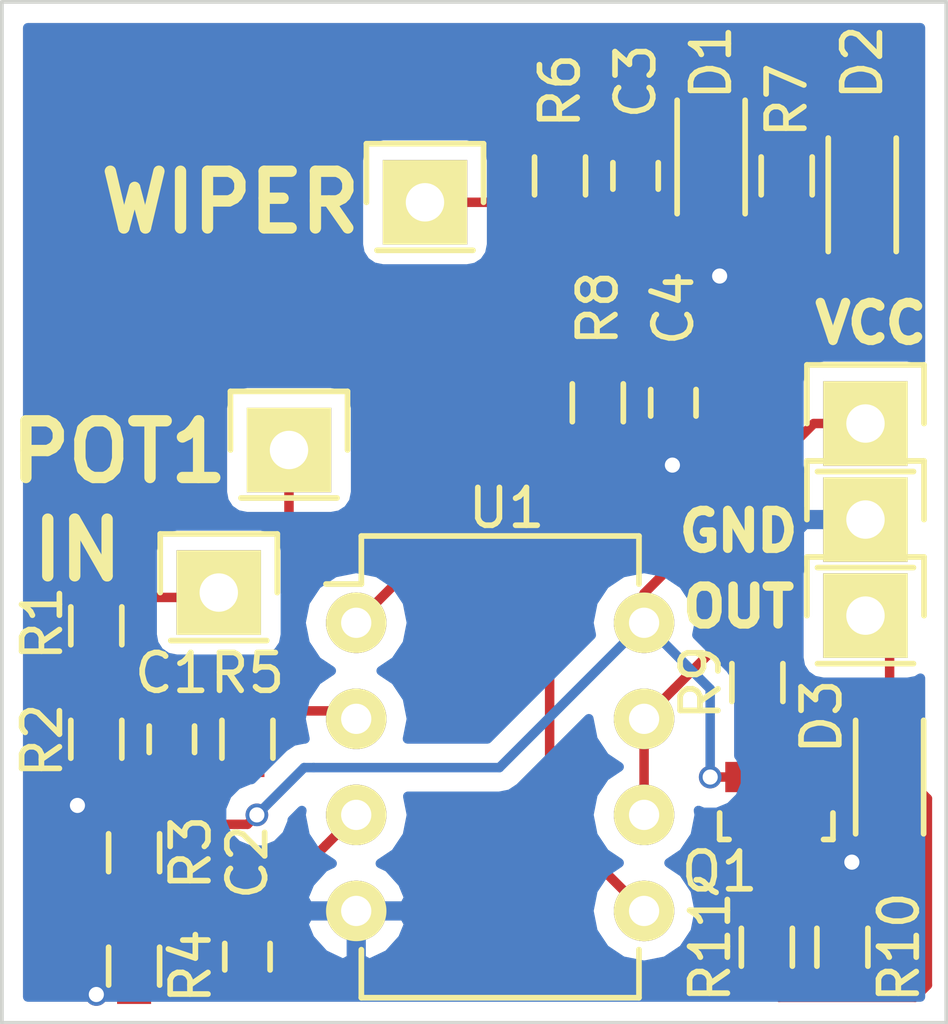
<source format=kicad_pcb>
(kicad_pcb (version 4) (host pcbnew 4.0.4+e1-6308~48~ubuntu16.04.1-stable)

  (general
    (links 38)
    (no_connects 0)
    (area 171.449999 45.949999 196.550001 73.050001)
    (thickness 1.6)
    (drawings 10)
    (tracks 99)
    (zones 0)
    (modules 26)
    (nets 16)
  )

  (page A4)
  (layers
    (0 F.Cu signal)
    (31 B.Cu signal)
    (32 B.Adhes user)
    (33 F.Adhes user)
    (34 B.Paste user)
    (35 F.Paste user)
    (36 B.SilkS user)
    (37 F.SilkS user)
    (38 B.Mask user)
    (39 F.Mask user)
    (40 Dwgs.User user)
    (41 Cmts.User user)
    (42 Eco1.User user)
    (43 Eco2.User user)
    (44 Edge.Cuts user)
    (45 Margin user)
    (46 B.CrtYd user)
    (47 F.CrtYd user)
    (48 B.Fab user hide)
    (49 F.Fab user hide)
  )

  (setup
    (last_trace_width 0.25)
    (trace_clearance 0.2)
    (zone_clearance 0.508)
    (zone_45_only no)
    (trace_min 0.2)
    (segment_width 0.2)
    (edge_width 0.1)
    (via_size 0.6)
    (via_drill 0.4)
    (via_min_size 0.4)
    (via_min_drill 0.3)
    (uvia_size 0.3)
    (uvia_drill 0.1)
    (uvias_allowed no)
    (uvia_min_size 0.2)
    (uvia_min_drill 0.1)
    (pcb_text_width 0.3)
    (pcb_text_size 1.5 1.5)
    (mod_edge_width 0.15)
    (mod_text_size 1 1)
    (mod_text_width 0.15)
    (pad_size 1.5 1.5)
    (pad_drill 0.6)
    (pad_to_mask_clearance 0)
    (aux_axis_origin 0 0)
    (grid_origin 171.5 73)
    (visible_elements FFFFFF7F)
    (pcbplotparams
      (layerselection 0x010fc_80000001)
      (usegerberextensions true)
      (usegerberattributes true)
      (excludeedgelayer true)
      (linewidth 0.100000)
      (plotframeref false)
      (viasonmask false)
      (mode 1)
      (useauxorigin false)
      (hpglpennumber 1)
      (hpglpenspeed 20)
      (hpglpendiameter 15)
      (hpglpenoverlay 2)
      (psnegative false)
      (psa4output false)
      (plotreference true)
      (plotvalue true)
      (plotinvisibletext false)
      (padsonsilk false)
      (subtractmaskfromsilk true)
      (outputformat 1)
      (mirror false)
      (drillshape 0)
      (scaleselection 1)
      (outputdirectory envelope_gerb/))
  )

  (net 0 "")
  (net 1 "Net-(C3-Pad1)")
  (net 2 "Net-(C3-Pad2)")
  (net 3 GND)
  (net 4 /OUT)
  (net 5 /VCC)
  (net 6 /IN)
  (net 7 "Net-(C1-Pad1)")
  (net 8 "Net-(C1-Pad2)")
  (net 9 "Net-(C2-Pad1)")
  (net 10 "Net-(C4-Pad2)")
  (net 11 "Net-(Q1-Pad1)")
  (net 12 "Net-(Q1-Pad3)")
  (net 13 "Net-(R9-Pad2)")
  (net 14 /POT1)
  (net 15 /WIPER)

  (net_class Default "This is the default net class."
    (clearance 0.2)
    (trace_width 0.25)
    (via_dia 0.6)
    (via_drill 0.4)
    (uvia_dia 0.3)
    (uvia_drill 0.1)
    (add_net /IN)
    (add_net /OUT)
    (add_net /POT1)
    (add_net /VCC)
    (add_net /WIPER)
    (add_net GND)
    (add_net "Net-(C1-Pad1)")
    (add_net "Net-(C1-Pad2)")
    (add_net "Net-(C2-Pad1)")
    (add_net "Net-(C3-Pad1)")
    (add_net "Net-(C3-Pad2)")
    (add_net "Net-(C4-Pad2)")
    (add_net "Net-(Q1-Pad1)")
    (add_net "Net-(Q1-Pad3)")
    (add_net "Net-(R9-Pad2)")
  )

  (module Pin_Headers:Pin_Header_Straight_1x01 (layer F.Cu) (tedit 580D15A5) (tstamp 580D12B2)
    (at 177.2412 61.6204)
    (descr "Through hole pin header")
    (tags "pin header")
    (path /580D1563)
    (fp_text reference P2 (at 0 -5.1) (layer F.SilkS) hide
      (effects (font (size 1 1) (thickness 0.15)))
    )
    (fp_text value CONN_01X01 (at 0 -3.1) (layer F.Fab)
      (effects (font (size 1 1) (thickness 0.15)))
    )
    (fp_line (start 1.55 -1.55) (end 1.55 0) (layer F.SilkS) (width 0.15))
    (fp_line (start -1.75 -1.75) (end -1.75 1.75) (layer F.CrtYd) (width 0.05))
    (fp_line (start 1.75 -1.75) (end 1.75 1.75) (layer F.CrtYd) (width 0.05))
    (fp_line (start -1.75 -1.75) (end 1.75 -1.75) (layer F.CrtYd) (width 0.05))
    (fp_line (start -1.75 1.75) (end 1.75 1.75) (layer F.CrtYd) (width 0.05))
    (fp_line (start -1.55 0) (end -1.55 -1.55) (layer F.SilkS) (width 0.15))
    (fp_line (start -1.55 -1.55) (end 1.55 -1.55) (layer F.SilkS) (width 0.15))
    (fp_line (start -1.27 1.27) (end 1.27 1.27) (layer F.SilkS) (width 0.15))
    (pad 1 thru_hole rect (at 0 0) (size 2.2352 2.2352) (drill 1.016) (layers *.Cu *.Mask F.SilkS)
      (net 6 /IN))
    (model Pin_Headers.3dshapes/Pin_Header_Straight_1x01.wrl
      (at (xyz 0 0 0))
      (scale (xyz 1 1 1))
      (rotate (xyz 0 0 90))
    )
  )

  (module Housings_DIP:DIP-8_W7.62mm placed (layer F.Cu) (tedit 54130A77) (tstamp 580D10B4)
    (at 180.88 62.42)
    (descr "8-lead dip package, row spacing 7.62 mm (300 mils)")
    (tags "dil dip 2.54 300")
    (path /580B6552)
    (fp_text reference U1 (at 3.9812 -3.0348) (layer F.SilkS)
      (effects (font (size 1 1) (thickness 0.15)))
    )
    (fp_text value LM358 (at 0 -3.72) (layer F.Fab)
      (effects (font (size 1 1) (thickness 0.15)))
    )
    (fp_line (start -1.05 -2.45) (end -1.05 10.1) (layer F.CrtYd) (width 0.05))
    (fp_line (start 8.65 -2.45) (end 8.65 10.1) (layer F.CrtYd) (width 0.05))
    (fp_line (start -1.05 -2.45) (end 8.65 -2.45) (layer F.CrtYd) (width 0.05))
    (fp_line (start -1.05 10.1) (end 8.65 10.1) (layer F.CrtYd) (width 0.05))
    (fp_line (start 0.135 -2.295) (end 0.135 -1.025) (layer F.SilkS) (width 0.15))
    (fp_line (start 7.485 -2.295) (end 7.485 -1.025) (layer F.SilkS) (width 0.15))
    (fp_line (start 7.485 9.915) (end 7.485 8.645) (layer F.SilkS) (width 0.15))
    (fp_line (start 0.135 9.915) (end 0.135 8.645) (layer F.SilkS) (width 0.15))
    (fp_line (start 0.135 -2.295) (end 7.485 -2.295) (layer F.SilkS) (width 0.15))
    (fp_line (start 0.135 9.915) (end 7.485 9.915) (layer F.SilkS) (width 0.15))
    (fp_line (start 0.135 -1.025) (end -0.8 -1.025) (layer F.SilkS) (width 0.15))
    (pad 1 thru_hole oval (at 0 0) (size 1.6 1.6) (drill 0.8) (layers *.Cu *.Mask F.SilkS)
      (net 2 "Net-(C3-Pad2)"))
    (pad 2 thru_hole oval (at 0 2.54) (size 1.6 1.6) (drill 0.8) (layers *.Cu *.Mask F.SilkS)
      (net 14 /POT1))
    (pad 3 thru_hole oval (at 0 5.08) (size 1.6 1.6) (drill 0.8) (layers *.Cu *.Mask F.SilkS)
      (net 9 "Net-(C2-Pad1)"))
    (pad 4 thru_hole oval (at 0 7.62) (size 1.6 1.6) (drill 0.8) (layers *.Cu *.Mask F.SilkS)
      (net 3 GND))
    (pad 5 thru_hole oval (at 7.62 7.62) (size 1.6 1.6) (drill 0.8) (layers *.Cu *.Mask F.SilkS)
      (net 10 "Net-(C4-Pad2)"))
    (pad 6 thru_hole oval (at 7.62 5.08) (size 1.6 1.6) (drill 0.8) (layers *.Cu *.Mask F.SilkS)
      (net 13 "Net-(R9-Pad2)"))
    (pad 7 thru_hole oval (at 7.62 2.54) (size 1.6 1.6) (drill 0.8) (layers *.Cu *.Mask F.SilkS)
      (net 13 "Net-(R9-Pad2)"))
    (pad 8 thru_hole oval (at 7.62 0) (size 1.6 1.6) (drill 0.8) (layers *.Cu *.Mask F.SilkS)
      (net 5 /VCC))
    (model Housings_DIP.3dshapes/DIP-8_W7.62mm.wrl
      (at (xyz 0 0 0))
      (scale (xyz 1 1 1))
      (rotate (xyz 0 0 0))
    )
  )

  (module Capacitors_SMD:C_0603 placed (layer F.Cu) (tedit 5415D631) (tstamp 580D1032)
    (at 176 65.5 90)
    (descr "Capacitor SMD 0603, reflow soldering, AVX (see smccp.pdf)")
    (tags "capacitor 0603")
    (path /580B653B)
    (attr smd)
    (fp_text reference C1 (at 1.75 0 180) (layer F.SilkS)
      (effects (font (size 1 1) (thickness 0.15)))
    )
    (fp_text value 0.22uF (at 0 1.9 90) (layer F.Fab)
      (effects (font (size 1 1) (thickness 0.15)))
    )
    (fp_line (start -0.8 0.4) (end -0.8 -0.4) (layer F.Fab) (width 0.15))
    (fp_line (start 0.8 0.4) (end -0.8 0.4) (layer F.Fab) (width 0.15))
    (fp_line (start 0.8 -0.4) (end 0.8 0.4) (layer F.Fab) (width 0.15))
    (fp_line (start -0.8 -0.4) (end 0.8 -0.4) (layer F.Fab) (width 0.15))
    (fp_line (start -1.45 -0.75) (end 1.45 -0.75) (layer F.CrtYd) (width 0.05))
    (fp_line (start -1.45 0.75) (end 1.45 0.75) (layer F.CrtYd) (width 0.05))
    (fp_line (start -1.45 -0.75) (end -1.45 0.75) (layer F.CrtYd) (width 0.05))
    (fp_line (start 1.45 -0.75) (end 1.45 0.75) (layer F.CrtYd) (width 0.05))
    (fp_line (start -0.35 -0.6) (end 0.35 -0.6) (layer F.SilkS) (width 0.15))
    (fp_line (start 0.35 0.6) (end -0.35 0.6) (layer F.SilkS) (width 0.15))
    (pad 1 smd rect (at -0.75 0 90) (size 0.8 0.75) (layers F.Cu F.Paste F.Mask)
      (net 7 "Net-(C1-Pad1)"))
    (pad 2 smd rect (at 0.75 0 90) (size 0.8 0.75) (layers F.Cu F.Paste F.Mask)
      (net 8 "Net-(C1-Pad2)"))
    (model Capacitors_SMD.3dshapes/C_0603.wrl
      (at (xyz 0 0 0))
      (scale (xyz 1 1 1))
      (rotate (xyz 0 0 0))
    )
  )

  (module Capacitors_SMD:C_0603 placed (layer F.Cu) (tedit 5415D631) (tstamp 580D1038)
    (at 178 71.25 270)
    (descr "Capacitor SMD 0603, reflow soldering, AVX (see smccp.pdf)")
    (tags "capacitor 0603")
    (path /580B655D)
    (attr smd)
    (fp_text reference C2 (at -2.5 0 270) (layer F.SilkS)
      (effects (font (size 1 1) (thickness 0.15)))
    )
    (fp_text value 10uF (at 0 1.9 270) (layer F.Fab)
      (effects (font (size 1 1) (thickness 0.15)))
    )
    (fp_line (start -0.8 0.4) (end -0.8 -0.4) (layer F.Fab) (width 0.15))
    (fp_line (start 0.8 0.4) (end -0.8 0.4) (layer F.Fab) (width 0.15))
    (fp_line (start 0.8 -0.4) (end 0.8 0.4) (layer F.Fab) (width 0.15))
    (fp_line (start -0.8 -0.4) (end 0.8 -0.4) (layer F.Fab) (width 0.15))
    (fp_line (start -1.45 -0.75) (end 1.45 -0.75) (layer F.CrtYd) (width 0.05))
    (fp_line (start -1.45 0.75) (end 1.45 0.75) (layer F.CrtYd) (width 0.05))
    (fp_line (start -1.45 -0.75) (end -1.45 0.75) (layer F.CrtYd) (width 0.05))
    (fp_line (start 1.45 -0.75) (end 1.45 0.75) (layer F.CrtYd) (width 0.05))
    (fp_line (start -0.35 -0.6) (end 0.35 -0.6) (layer F.SilkS) (width 0.15))
    (fp_line (start 0.35 0.6) (end -0.35 0.6) (layer F.SilkS) (width 0.15))
    (pad 1 smd rect (at -0.75 0 270) (size 0.8 0.75) (layers F.Cu F.Paste F.Mask)
      (net 9 "Net-(C2-Pad1)"))
    (pad 2 smd rect (at 0.75 0 270) (size 0.8 0.75) (layers F.Cu F.Paste F.Mask)
      (net 3 GND))
    (model Capacitors_SMD.3dshapes/C_0603.wrl
      (at (xyz 0 0 0))
      (scale (xyz 1 1 1))
      (rotate (xyz 0 0 0))
    )
  )

  (module Capacitors_SMD:C_0603 placed (layer F.Cu) (tedit 5415D631) (tstamp 580D103E)
    (at 188.2752 50.6016 270)
    (descr "Capacitor SMD 0603, reflow soldering, AVX (see smccp.pdf)")
    (tags "capacitor 0603")
    (path /580B65B0)
    (attr smd)
    (fp_text reference C3 (at -2.5 0 270) (layer F.SilkS)
      (effects (font (size 1 1) (thickness 0.15)))
    )
    (fp_text value 0.22uF (at 0 1.9 270) (layer F.Fab)
      (effects (font (size 1 1) (thickness 0.15)))
    )
    (fp_line (start -0.8 0.4) (end -0.8 -0.4) (layer F.Fab) (width 0.15))
    (fp_line (start 0.8 0.4) (end -0.8 0.4) (layer F.Fab) (width 0.15))
    (fp_line (start 0.8 -0.4) (end 0.8 0.4) (layer F.Fab) (width 0.15))
    (fp_line (start -0.8 -0.4) (end 0.8 -0.4) (layer F.Fab) (width 0.15))
    (fp_line (start -1.45 -0.75) (end 1.45 -0.75) (layer F.CrtYd) (width 0.05))
    (fp_line (start -1.45 0.75) (end 1.45 0.75) (layer F.CrtYd) (width 0.05))
    (fp_line (start -1.45 -0.75) (end -1.45 0.75) (layer F.CrtYd) (width 0.05))
    (fp_line (start 1.45 -0.75) (end 1.45 0.75) (layer F.CrtYd) (width 0.05))
    (fp_line (start -0.35 -0.6) (end 0.35 -0.6) (layer F.SilkS) (width 0.15))
    (fp_line (start 0.35 0.6) (end -0.35 0.6) (layer F.SilkS) (width 0.15))
    (pad 1 smd rect (at -0.75 0 270) (size 0.8 0.75) (layers F.Cu F.Paste F.Mask)
      (net 1 "Net-(C3-Pad1)"))
    (pad 2 smd rect (at 0.75 0 270) (size 0.8 0.75) (layers F.Cu F.Paste F.Mask)
      (net 2 "Net-(C3-Pad2)"))
    (model Capacitors_SMD.3dshapes/C_0603.wrl
      (at (xyz 0 0 0))
      (scale (xyz 1 1 1))
      (rotate (xyz 0 0 0))
    )
  )

  (module Capacitors_SMD:C_0603 placed (layer F.Cu) (tedit 5415D631) (tstamp 580D1044)
    (at 189.2752 56.6016 90)
    (descr "Capacitor SMD 0603, reflow soldering, AVX (see smccp.pdf)")
    (tags "capacitor 0603")
    (path /580B65CF)
    (attr smd)
    (fp_text reference C4 (at 2.5 0 90) (layer F.SilkS)
      (effects (font (size 1 1) (thickness 0.15)))
    )
    (fp_text value 1uF (at 0 1.9 90) (layer F.Fab)
      (effects (font (size 1 1) (thickness 0.15)))
    )
    (fp_line (start -0.8 0.4) (end -0.8 -0.4) (layer F.Fab) (width 0.15))
    (fp_line (start 0.8 0.4) (end -0.8 0.4) (layer F.Fab) (width 0.15))
    (fp_line (start 0.8 -0.4) (end 0.8 0.4) (layer F.Fab) (width 0.15))
    (fp_line (start -0.8 -0.4) (end 0.8 -0.4) (layer F.Fab) (width 0.15))
    (fp_line (start -1.45 -0.75) (end 1.45 -0.75) (layer F.CrtYd) (width 0.05))
    (fp_line (start -1.45 0.75) (end 1.45 0.75) (layer F.CrtYd) (width 0.05))
    (fp_line (start -1.45 -0.75) (end -1.45 0.75) (layer F.CrtYd) (width 0.05))
    (fp_line (start 1.45 -0.75) (end 1.45 0.75) (layer F.CrtYd) (width 0.05))
    (fp_line (start -0.35 -0.6) (end 0.35 -0.6) (layer F.SilkS) (width 0.15))
    (fp_line (start 0.35 0.6) (end -0.35 0.6) (layer F.SilkS) (width 0.15))
    (pad 1 smd rect (at -0.75 0 90) (size 0.8 0.75) (layers F.Cu F.Paste F.Mask)
      (net 3 GND))
    (pad 2 smd rect (at 0.75 0 90) (size 0.8 0.75) (layers F.Cu F.Paste F.Mask)
      (net 10 "Net-(C4-Pad2)"))
    (model Capacitors_SMD.3dshapes/C_0603.wrl
      (at (xyz 0 0 0))
      (scale (xyz 1 1 1))
      (rotate (xyz 0 0 0))
    )
  )

  (module Diodes_SMD:SOD-123 placed (layer F.Cu) (tedit 5753A53E) (tstamp 580D104A)
    (at 190.2752 50.6016 270)
    (descr SOD-123)
    (tags SOD-123)
    (path /580B6580)
    (attr smd)
    (fp_text reference D1 (at -3 0 270) (layer F.SilkS)
      (effects (font (size 1 1) (thickness 0.15)))
    )
    (fp_text value 1N4148 (at 0 2.1 270) (layer F.Fab)
      (effects (font (size 1 1) (thickness 0.15)))
    )
    (fp_line (start 0.25 0) (end 0.75 0) (layer F.Fab) (width 0.15))
    (fp_line (start 0.25 0.4) (end -0.35 0) (layer F.Fab) (width 0.15))
    (fp_line (start 0.25 -0.4) (end 0.25 0.4) (layer F.Fab) (width 0.15))
    (fp_line (start -0.35 0) (end 0.25 -0.4) (layer F.Fab) (width 0.15))
    (fp_line (start -0.35 0) (end -0.35 0.55) (layer F.Fab) (width 0.15))
    (fp_line (start -0.35 0) (end -0.35 -0.55) (layer F.Fab) (width 0.15))
    (fp_line (start -0.75 0) (end -0.35 0) (layer F.Fab) (width 0.15))
    (fp_line (start -1.35 0.8) (end -1.35 -0.8) (layer F.Fab) (width 0.15))
    (fp_line (start 1.35 0.8) (end -1.35 0.8) (layer F.Fab) (width 0.15))
    (fp_line (start 1.35 -0.8) (end 1.35 0.8) (layer F.Fab) (width 0.15))
    (fp_line (start -1.35 -0.8) (end 1.35 -0.8) (layer F.Fab) (width 0.15))
    (fp_line (start -2.25 -1.05) (end 2.25 -1.05) (layer F.CrtYd) (width 0.05))
    (fp_line (start 2.25 -1.05) (end 2.25 1.05) (layer F.CrtYd) (width 0.05))
    (fp_line (start 2.25 1.05) (end -2.25 1.05) (layer F.CrtYd) (width 0.05))
    (fp_line (start -2.25 -1.05) (end -2.25 1.05) (layer F.CrtYd) (width 0.05))
    (fp_line (start -2 0.9) (end 1 0.9) (layer F.SilkS) (width 0.15))
    (fp_line (start -2 -0.9) (end 1 -0.9) (layer F.SilkS) (width 0.15))
    (pad 1 smd rect (at -1.635 0 270) (size 0.91 1.22) (layers F.Cu F.Paste F.Mask)
      (net 1 "Net-(C3-Pad1)"))
    (pad 2 smd rect (at 1.635 0 270) (size 0.91 1.22) (layers F.Cu F.Paste F.Mask)
      (net 3 GND))
    (model ${KISYS3DMOD}/Diodes_SMD.3dshapes/SOD-123.wrl
      (at (xyz 0 0 0))
      (scale (xyz 1 1 1))
      (rotate (xyz 0 0 0))
    )
  )

  (module Diodes_SMD:SOD-123 placed (layer F.Cu) (tedit 5753A53E) (tstamp 580D1050)
    (at 194.2752 50.6016 90)
    (descr SOD-123)
    (tags SOD-123)
    (path /580B66AC)
    (attr smd)
    (fp_text reference D2 (at 3 0 90) (layer F.SilkS)
      (effects (font (size 1 1) (thickness 0.15)))
    )
    (fp_text value 1N4148 (at 0 2.1 90) (layer F.Fab)
      (effects (font (size 1 1) (thickness 0.15)))
    )
    (fp_line (start 0.25 0) (end 0.75 0) (layer F.Fab) (width 0.15))
    (fp_line (start 0.25 0.4) (end -0.35 0) (layer F.Fab) (width 0.15))
    (fp_line (start 0.25 -0.4) (end 0.25 0.4) (layer F.Fab) (width 0.15))
    (fp_line (start -0.35 0) (end 0.25 -0.4) (layer F.Fab) (width 0.15))
    (fp_line (start -0.35 0) (end -0.35 0.55) (layer F.Fab) (width 0.15))
    (fp_line (start -0.35 0) (end -0.35 -0.55) (layer F.Fab) (width 0.15))
    (fp_line (start -0.75 0) (end -0.35 0) (layer F.Fab) (width 0.15))
    (fp_line (start -1.35 0.8) (end -1.35 -0.8) (layer F.Fab) (width 0.15))
    (fp_line (start 1.35 0.8) (end -1.35 0.8) (layer F.Fab) (width 0.15))
    (fp_line (start 1.35 -0.8) (end 1.35 0.8) (layer F.Fab) (width 0.15))
    (fp_line (start -1.35 -0.8) (end 1.35 -0.8) (layer F.Fab) (width 0.15))
    (fp_line (start -2.25 -1.05) (end 2.25 -1.05) (layer F.CrtYd) (width 0.05))
    (fp_line (start 2.25 -1.05) (end 2.25 1.05) (layer F.CrtYd) (width 0.05))
    (fp_line (start 2.25 1.05) (end -2.25 1.05) (layer F.CrtYd) (width 0.05))
    (fp_line (start -2.25 -1.05) (end -2.25 1.05) (layer F.CrtYd) (width 0.05))
    (fp_line (start -2 0.9) (end 1 0.9) (layer F.SilkS) (width 0.15))
    (fp_line (start -2 -0.9) (end 1 -0.9) (layer F.SilkS) (width 0.15))
    (pad 1 smd rect (at -1.635 0 90) (size 0.91 1.22) (layers F.Cu F.Paste F.Mask)
      (net 10 "Net-(C4-Pad2)"))
    (pad 2 smd rect (at 1.635 0 90) (size 0.91 1.22) (layers F.Cu F.Paste F.Mask)
      (net 1 "Net-(C3-Pad1)"))
    (model ${KISYS3DMOD}/Diodes_SMD.3dshapes/SOD-123.wrl
      (at (xyz 0 0 0))
      (scale (xyz 1 1 1))
      (rotate (xyz 0 0 0))
    )
  )

  (module Diodes_SMD:SOD-123 placed (layer F.Cu) (tedit 5753A53E) (tstamp 580D1056)
    (at 195 67 270)
    (descr SOD-123)
    (tags SOD-123)
    (path /580B667E)
    (attr smd)
    (fp_text reference D3 (at -2.1 1.8 270) (layer F.SilkS)
      (effects (font (size 1 1) (thickness 0.15)))
    )
    (fp_text value 5.1V (at 0 2.1 270) (layer F.Fab)
      (effects (font (size 1 1) (thickness 0.15)))
    )
    (fp_line (start 0.25 0) (end 0.75 0) (layer F.Fab) (width 0.15))
    (fp_line (start 0.25 0.4) (end -0.35 0) (layer F.Fab) (width 0.15))
    (fp_line (start 0.25 -0.4) (end 0.25 0.4) (layer F.Fab) (width 0.15))
    (fp_line (start -0.35 0) (end 0.25 -0.4) (layer F.Fab) (width 0.15))
    (fp_line (start -0.35 0) (end -0.35 0.55) (layer F.Fab) (width 0.15))
    (fp_line (start -0.35 0) (end -0.35 -0.55) (layer F.Fab) (width 0.15))
    (fp_line (start -0.75 0) (end -0.35 0) (layer F.Fab) (width 0.15))
    (fp_line (start -1.35 0.8) (end -1.35 -0.8) (layer F.Fab) (width 0.15))
    (fp_line (start 1.35 0.8) (end -1.35 0.8) (layer F.Fab) (width 0.15))
    (fp_line (start 1.35 -0.8) (end 1.35 0.8) (layer F.Fab) (width 0.15))
    (fp_line (start -1.35 -0.8) (end 1.35 -0.8) (layer F.Fab) (width 0.15))
    (fp_line (start -2.25 -1.05) (end 2.25 -1.05) (layer F.CrtYd) (width 0.05))
    (fp_line (start 2.25 -1.05) (end 2.25 1.05) (layer F.CrtYd) (width 0.05))
    (fp_line (start 2.25 1.05) (end -2.25 1.05) (layer F.CrtYd) (width 0.05))
    (fp_line (start -2.25 -1.05) (end -2.25 1.05) (layer F.CrtYd) (width 0.05))
    (fp_line (start -2 0.9) (end 1 0.9) (layer F.SilkS) (width 0.15))
    (fp_line (start -2 -0.9) (end 1 -0.9) (layer F.SilkS) (width 0.15))
    (pad 1 smd rect (at -1.635 0 270) (size 0.91 1.22) (layers F.Cu F.Paste F.Mask)
      (net 4 /OUT))
    (pad 2 smd rect (at 1.635 0 270) (size 0.91 1.22) (layers F.Cu F.Paste F.Mask)
      (net 3 GND))
    (model ${KISYS3DMOD}/Diodes_SMD.3dshapes/SOD-123.wrl
      (at (xyz 0 0 0))
      (scale (xyz 1 1 1))
      (rotate (xyz 0 0 0))
    )
  )

  (module TO_SOT_Packages_SMD:SOT-23 placed (layer F.Cu) (tedit 553634F8) (tstamp 580D105D)
    (at 192 67.5 180)
    (descr "SOT-23, Standard")
    (tags SOT-23)
    (path /580B6634)
    (attr smd)
    (fp_text reference Q1 (at 1.5 -1.5 180) (layer F.SilkS)
      (effects (font (size 1 1) (thickness 0.15)))
    )
    (fp_text value MMBT3904 (at 0 2.3 180) (layer F.Fab)
      (effects (font (size 1 1) (thickness 0.15)))
    )
    (fp_line (start -1.65 -1.6) (end 1.65 -1.6) (layer F.CrtYd) (width 0.05))
    (fp_line (start 1.65 -1.6) (end 1.65 1.6) (layer F.CrtYd) (width 0.05))
    (fp_line (start 1.65 1.6) (end -1.65 1.6) (layer F.CrtYd) (width 0.05))
    (fp_line (start -1.65 1.6) (end -1.65 -1.6) (layer F.CrtYd) (width 0.05))
    (fp_line (start 1.29916 -0.65024) (end 1.2509 -0.65024) (layer F.SilkS) (width 0.15))
    (fp_line (start -1.49982 0.0508) (end -1.49982 -0.65024) (layer F.SilkS) (width 0.15))
    (fp_line (start -1.49982 -0.65024) (end -1.2509 -0.65024) (layer F.SilkS) (width 0.15))
    (fp_line (start 1.29916 -0.65024) (end 1.49982 -0.65024) (layer F.SilkS) (width 0.15))
    (fp_line (start 1.49982 -0.65024) (end 1.49982 0.0508) (layer F.SilkS) (width 0.15))
    (pad 1 smd rect (at -0.95 1.00076 180) (size 0.8001 0.8001) (layers F.Cu F.Paste F.Mask)
      (net 11 "Net-(Q1-Pad1)"))
    (pad 2 smd rect (at 0.95 1.00076 180) (size 0.8001 0.8001) (layers F.Cu F.Paste F.Mask)
      (net 5 /VCC))
    (pad 3 smd rect (at 0 -0.99822 180) (size 0.8001 0.8001) (layers F.Cu F.Paste F.Mask)
      (net 12 "Net-(Q1-Pad3)"))
    (model TO_SOT_Packages_SMD.3dshapes/SOT-23.wrl
      (at (xyz 0 0 0))
      (scale (xyz 1 1 1))
      (rotate (xyz 0 0 0))
    )
  )

  (module Resistors_SMD:R_0603 placed (layer F.Cu) (tedit 5415CC62) (tstamp 580D1063)
    (at 174 62.5 270)
    (descr "Resistor SMD 0603, reflow soldering, Vishay (see dcrcw.pdf)")
    (tags "resistor 0603")
    (path /580B652A)
    (attr smd)
    (fp_text reference R1 (at -0.0668 1.4324 270) (layer F.SilkS)
      (effects (font (size 1 1) (thickness 0.15)))
    )
    (fp_text value 10k (at 0 1.9 270) (layer F.Fab)
      (effects (font (size 1 1) (thickness 0.15)))
    )
    (fp_line (start -1.3 -0.8) (end 1.3 -0.8) (layer F.CrtYd) (width 0.05))
    (fp_line (start -1.3 0.8) (end 1.3 0.8) (layer F.CrtYd) (width 0.05))
    (fp_line (start -1.3 -0.8) (end -1.3 0.8) (layer F.CrtYd) (width 0.05))
    (fp_line (start 1.3 -0.8) (end 1.3 0.8) (layer F.CrtYd) (width 0.05))
    (fp_line (start 0.5 0.675) (end -0.5 0.675) (layer F.SilkS) (width 0.15))
    (fp_line (start -0.5 -0.675) (end 0.5 -0.675) (layer F.SilkS) (width 0.15))
    (pad 1 smd rect (at -0.75 0 270) (size 0.5 0.9) (layers F.Cu F.Paste F.Mask)
      (net 6 /IN))
    (pad 2 smd rect (at 0.75 0 270) (size 0.5 0.9) (layers F.Cu F.Paste F.Mask)
      (net 8 "Net-(C1-Pad2)"))
    (model Resistors_SMD.3dshapes/R_0603.wrl
      (at (xyz 0 0 0))
      (scale (xyz 1 1 1))
      (rotate (xyz 0 0 0))
    )
  )

  (module Resistors_SMD:R_0603 placed (layer F.Cu) (tedit 5415CC62) (tstamp 580D1069)
    (at 174 65.5 270)
    (descr "Resistor SMD 0603, reflow soldering, Vishay (see dcrcw.pdf)")
    (tags "resistor 0603")
    (path /580B658C)
    (attr smd)
    (fp_text reference R2 (at 0.032 1.4324 270) (layer F.SilkS)
      (effects (font (size 1 1) (thickness 0.15)))
    )
    (fp_text value 10k (at 0 1.9 270) (layer F.Fab)
      (effects (font (size 1 1) (thickness 0.15)))
    )
    (fp_line (start -1.3 -0.8) (end 1.3 -0.8) (layer F.CrtYd) (width 0.05))
    (fp_line (start -1.3 0.8) (end 1.3 0.8) (layer F.CrtYd) (width 0.05))
    (fp_line (start -1.3 -0.8) (end -1.3 0.8) (layer F.CrtYd) (width 0.05))
    (fp_line (start 1.3 -0.8) (end 1.3 0.8) (layer F.CrtYd) (width 0.05))
    (fp_line (start 0.5 0.675) (end -0.5 0.675) (layer F.SilkS) (width 0.15))
    (fp_line (start -0.5 -0.675) (end 0.5 -0.675) (layer F.SilkS) (width 0.15))
    (pad 1 smd rect (at -0.75 0 270) (size 0.5 0.9) (layers F.Cu F.Paste F.Mask)
      (net 8 "Net-(C1-Pad2)"))
    (pad 2 smd rect (at 0.75 0 270) (size 0.5 0.9) (layers F.Cu F.Paste F.Mask)
      (net 3 GND))
    (model Resistors_SMD.3dshapes/R_0603.wrl
      (at (xyz 0 0 0))
      (scale (xyz 1 1 1))
      (rotate (xyz 0 0 0))
    )
  )

  (module Resistors_SMD:R_0603 placed (layer F.Cu) (tedit 5415CC62) (tstamp 580D106F)
    (at 175 68.5 270)
    (descr "Resistor SMD 0603, reflow soldering, Vishay (see dcrcw.pdf)")
    (tags "resistor 0603")
    (path /580B6598)
    (attr smd)
    (fp_text reference R3 (at 0 -1.5 270) (layer F.SilkS)
      (effects (font (size 1 1) (thickness 0.15)))
    )
    (fp_text value 10k (at 0 1.9 270) (layer F.Fab)
      (effects (font (size 1 1) (thickness 0.15)))
    )
    (fp_line (start -1.3 -0.8) (end 1.3 -0.8) (layer F.CrtYd) (width 0.05))
    (fp_line (start -1.3 0.8) (end 1.3 0.8) (layer F.CrtYd) (width 0.05))
    (fp_line (start -1.3 -0.8) (end -1.3 0.8) (layer F.CrtYd) (width 0.05))
    (fp_line (start 1.3 -0.8) (end 1.3 0.8) (layer F.CrtYd) (width 0.05))
    (fp_line (start 0.5 0.675) (end -0.5 0.675) (layer F.SilkS) (width 0.15))
    (fp_line (start -0.5 -0.675) (end 0.5 -0.675) (layer F.SilkS) (width 0.15))
    (pad 1 smd rect (at -0.75 0 270) (size 0.5 0.9) (layers F.Cu F.Paste F.Mask)
      (net 5 /VCC))
    (pad 2 smd rect (at 0.75 0 270) (size 0.5 0.9) (layers F.Cu F.Paste F.Mask)
      (net 9 "Net-(C2-Pad1)"))
    (model Resistors_SMD.3dshapes/R_0603.wrl
      (at (xyz 0 0 0))
      (scale (xyz 1 1 1))
      (rotate (xyz 0 0 0))
    )
  )

  (module Resistors_SMD:R_0603 placed (layer F.Cu) (tedit 5415CC62) (tstamp 580D1075)
    (at 175 71.5 270)
    (descr "Resistor SMD 0603, reflow soldering, Vishay (see dcrcw.pdf)")
    (tags "resistor 0603")
    (path /580B65A4)
    (attr smd)
    (fp_text reference R4 (at 0 -1.5 270) (layer F.SilkS)
      (effects (font (size 1 1) (thickness 0.15)))
    )
    (fp_text value 10k (at 0 1.9 270) (layer F.Fab)
      (effects (font (size 1 1) (thickness 0.15)))
    )
    (fp_line (start -1.3 -0.8) (end 1.3 -0.8) (layer F.CrtYd) (width 0.05))
    (fp_line (start -1.3 0.8) (end 1.3 0.8) (layer F.CrtYd) (width 0.05))
    (fp_line (start -1.3 -0.8) (end -1.3 0.8) (layer F.CrtYd) (width 0.05))
    (fp_line (start 1.3 -0.8) (end 1.3 0.8) (layer F.CrtYd) (width 0.05))
    (fp_line (start 0.5 0.675) (end -0.5 0.675) (layer F.SilkS) (width 0.15))
    (fp_line (start -0.5 -0.675) (end 0.5 -0.675) (layer F.SilkS) (width 0.15))
    (pad 1 smd rect (at -0.75 0 270) (size 0.5 0.9) (layers F.Cu F.Paste F.Mask)
      (net 9 "Net-(C2-Pad1)"))
    (pad 2 smd rect (at 0.75 0 270) (size 0.5 0.9) (layers F.Cu F.Paste F.Mask)
      (net 3 GND))
    (model Resistors_SMD.3dshapes/R_0603.wrl
      (at (xyz 0 0 0))
      (scale (xyz 1 1 1))
      (rotate (xyz 0 0 0))
    )
  )

  (module Resistors_SMD:R_0603 placed (layer F.Cu) (tedit 5415CC62) (tstamp 580D107B)
    (at 178 65.5 270)
    (descr "Resistor SMD 0603, reflow soldering, Vishay (see dcrcw.pdf)")
    (tags "resistor 0603")
    (path /580B6547)
    (attr smd)
    (fp_text reference R5 (at -1.75 0 360) (layer F.SilkS)
      (effects (font (size 1 1) (thickness 0.15)))
    )
    (fp_text value 1k (at 0 1.9 270) (layer F.Fab)
      (effects (font (size 1 1) (thickness 0.15)))
    )
    (fp_line (start -1.3 -0.8) (end 1.3 -0.8) (layer F.CrtYd) (width 0.05))
    (fp_line (start -1.3 0.8) (end 1.3 0.8) (layer F.CrtYd) (width 0.05))
    (fp_line (start -1.3 -0.8) (end -1.3 0.8) (layer F.CrtYd) (width 0.05))
    (fp_line (start 1.3 -0.8) (end 1.3 0.8) (layer F.CrtYd) (width 0.05))
    (fp_line (start 0.5 0.675) (end -0.5 0.675) (layer F.SilkS) (width 0.15))
    (fp_line (start -0.5 -0.675) (end 0.5 -0.675) (layer F.SilkS) (width 0.15))
    (pad 1 smd rect (at -0.75 0 270) (size 0.5 0.9) (layers F.Cu F.Paste F.Mask)
      (net 14 /POT1))
    (pad 2 smd rect (at 0.75 0 270) (size 0.5 0.9) (layers F.Cu F.Paste F.Mask)
      (net 7 "Net-(C1-Pad1)"))
    (model Resistors_SMD.3dshapes/R_0603.wrl
      (at (xyz 0 0 0))
      (scale (xyz 1 1 1))
      (rotate (xyz 0 0 0))
    )
  )

  (module Resistors_SMD:R_0603 placed (layer F.Cu) (tedit 5415CC62) (tstamp 580D1081)
    (at 186.2752 50.6016 90)
    (descr "Resistor SMD 0603, reflow soldering, Vishay (see dcrcw.pdf)")
    (tags "resistor 0603")
    (path /580B66EE)
    (attr smd)
    (fp_text reference R6 (at 2.25 0 90) (layer F.SilkS)
      (effects (font (size 1 1) (thickness 0.15)))
    )
    (fp_text value 1k (at 0 1.9 90) (layer F.Fab)
      (effects (font (size 1 1) (thickness 0.15)))
    )
    (fp_line (start -1.3 -0.8) (end 1.3 -0.8) (layer F.CrtYd) (width 0.05))
    (fp_line (start -1.3 0.8) (end 1.3 0.8) (layer F.CrtYd) (width 0.05))
    (fp_line (start -1.3 -0.8) (end -1.3 0.8) (layer F.CrtYd) (width 0.05))
    (fp_line (start 1.3 -0.8) (end 1.3 0.8) (layer F.CrtYd) (width 0.05))
    (fp_line (start 0.5 0.675) (end -0.5 0.675) (layer F.SilkS) (width 0.15))
    (fp_line (start -0.5 -0.675) (end 0.5 -0.675) (layer F.SilkS) (width 0.15))
    (pad 1 smd rect (at -0.75 0 90) (size 0.5 0.9) (layers F.Cu F.Paste F.Mask)
      (net 2 "Net-(C3-Pad2)"))
    (pad 2 smd rect (at 0.75 0 90) (size 0.5 0.9) (layers F.Cu F.Paste F.Mask)
      (net 15 /WIPER))
    (model Resistors_SMD.3dshapes/R_0603.wrl
      (at (xyz 0 0 0))
      (scale (xyz 1 1 1))
      (rotate (xyz 0 0 0))
    )
  )

  (module Resistors_SMD:R_0603 placed (layer F.Cu) (tedit 5415CC62) (tstamp 580D1087)
    (at 192.2752 50.6016 270)
    (descr "Resistor SMD 0603, reflow soldering, Vishay (see dcrcw.pdf)")
    (tags "resistor 0603")
    (path /580B65BC)
    (attr smd)
    (fp_text reference R7 (at -2 0 270) (layer F.SilkS)
      (effects (font (size 1 1) (thickness 0.15)))
    )
    (fp_text value 10k (at 0 1.9 270) (layer F.Fab)
      (effects (font (size 1 1) (thickness 0.15)))
    )
    (fp_line (start -1.3 -0.8) (end 1.3 -0.8) (layer F.CrtYd) (width 0.05))
    (fp_line (start -1.3 0.8) (end 1.3 0.8) (layer F.CrtYd) (width 0.05))
    (fp_line (start -1.3 -0.8) (end -1.3 0.8) (layer F.CrtYd) (width 0.05))
    (fp_line (start 1.3 -0.8) (end 1.3 0.8) (layer F.CrtYd) (width 0.05))
    (fp_line (start 0.5 0.675) (end -0.5 0.675) (layer F.SilkS) (width 0.15))
    (fp_line (start -0.5 -0.675) (end 0.5 -0.675) (layer F.SilkS) (width 0.15))
    (pad 1 smd rect (at -0.75 0 270) (size 0.5 0.9) (layers F.Cu F.Paste F.Mask)
      (net 1 "Net-(C3-Pad1)"))
    (pad 2 smd rect (at 0.75 0 270) (size 0.5 0.9) (layers F.Cu F.Paste F.Mask)
      (net 3 GND))
    (model Resistors_SMD.3dshapes/R_0603.wrl
      (at (xyz 0 0 0))
      (scale (xyz 1 1 1))
      (rotate (xyz 0 0 0))
    )
  )

  (module Resistors_SMD:R_0603 placed (layer F.Cu) (tedit 5415CC62) (tstamp 580D108D)
    (at 187.2752 56.6016 270)
    (descr "Resistor SMD 0603, reflow soldering, Vishay (see dcrcw.pdf)")
    (tags "resistor 0603")
    (path /580B6628)
    (attr smd)
    (fp_text reference R8 (at -2.5 0 270) (layer F.SilkS)
      (effects (font (size 1 1) (thickness 0.15)))
    )
    (fp_text value 100k (at 0 1.9 270) (layer F.Fab)
      (effects (font (size 1 1) (thickness 0.15)))
    )
    (fp_line (start -1.3 -0.8) (end 1.3 -0.8) (layer F.CrtYd) (width 0.05))
    (fp_line (start -1.3 0.8) (end 1.3 0.8) (layer F.CrtYd) (width 0.05))
    (fp_line (start -1.3 -0.8) (end -1.3 0.8) (layer F.CrtYd) (width 0.05))
    (fp_line (start 1.3 -0.8) (end 1.3 0.8) (layer F.CrtYd) (width 0.05))
    (fp_line (start 0.5 0.675) (end -0.5 0.675) (layer F.SilkS) (width 0.15))
    (fp_line (start -0.5 -0.675) (end 0.5 -0.675) (layer F.SilkS) (width 0.15))
    (pad 1 smd rect (at -0.75 0 270) (size 0.5 0.9) (layers F.Cu F.Paste F.Mask)
      (net 10 "Net-(C4-Pad2)"))
    (pad 2 smd rect (at 0.75 0 270) (size 0.5 0.9) (layers F.Cu F.Paste F.Mask)
      (net 3 GND))
    (model Resistors_SMD.3dshapes/R_0603.wrl
      (at (xyz 0 0 0))
      (scale (xyz 1 1 1))
      (rotate (xyz 0 0 0))
    )
  )

  (module Resistors_SMD:R_0603 placed (layer F.Cu) (tedit 5415CC62) (tstamp 580D1093)
    (at 191.5 64 90)
    (descr "Resistor SMD 0603, reflow soldering, Vishay (see dcrcw.pdf)")
    (tags "resistor 0603")
    (path /580B6620)
    (attr smd)
    (fp_text reference R9 (at 0 -1.5 90) (layer F.SilkS)
      (effects (font (size 1 1) (thickness 0.15)))
    )
    (fp_text value 1k (at 0 1.9 90) (layer F.Fab)
      (effects (font (size 1 1) (thickness 0.15)))
    )
    (fp_line (start -1.3 -0.8) (end 1.3 -0.8) (layer F.CrtYd) (width 0.05))
    (fp_line (start -1.3 0.8) (end 1.3 0.8) (layer F.CrtYd) (width 0.05))
    (fp_line (start -1.3 -0.8) (end -1.3 0.8) (layer F.CrtYd) (width 0.05))
    (fp_line (start 1.3 -0.8) (end 1.3 0.8) (layer F.CrtYd) (width 0.05))
    (fp_line (start 0.5 0.675) (end -0.5 0.675) (layer F.SilkS) (width 0.15))
    (fp_line (start -0.5 -0.675) (end 0.5 -0.675) (layer F.SilkS) (width 0.15))
    (pad 1 smd rect (at -0.75 0 90) (size 0.5 0.9) (layers F.Cu F.Paste F.Mask)
      (net 11 "Net-(Q1-Pad1)"))
    (pad 2 smd rect (at 0.75 0 90) (size 0.5 0.9) (layers F.Cu F.Paste F.Mask)
      (net 13 "Net-(R9-Pad2)"))
    (model Resistors_SMD.3dshapes/R_0603.wrl
      (at (xyz 0 0 0))
      (scale (xyz 1 1 1))
      (rotate (xyz 0 0 0))
    )
  )

  (module Resistors_SMD:R_0603 placed (layer F.Cu) (tedit 5415CC62) (tstamp 580D1099)
    (at 193.75 71 270)
    (descr "Resistor SMD 0603, reflow soldering, Vishay (see dcrcw.pdf)")
    (tags "resistor 0603")
    (path /580B665A)
    (attr smd)
    (fp_text reference R10 (at 0 -1.5 270) (layer F.SilkS)
      (effects (font (size 1 1) (thickness 0.15)))
    )
    (fp_text value 10k (at 0 1.9 270) (layer F.Fab)
      (effects (font (size 1 1) (thickness 0.15)))
    )
    (fp_line (start -1.3 -0.8) (end 1.3 -0.8) (layer F.CrtYd) (width 0.05))
    (fp_line (start -1.3 0.8) (end 1.3 0.8) (layer F.CrtYd) (width 0.05))
    (fp_line (start -1.3 -0.8) (end -1.3 0.8) (layer F.CrtYd) (width 0.05))
    (fp_line (start 1.3 -0.8) (end 1.3 0.8) (layer F.CrtYd) (width 0.05))
    (fp_line (start 0.5 0.675) (end -0.5 0.675) (layer F.SilkS) (width 0.15))
    (fp_line (start -0.5 -0.675) (end 0.5 -0.675) (layer F.SilkS) (width 0.15))
    (pad 1 smd rect (at -0.75 0 270) (size 0.5 0.9) (layers F.Cu F.Paste F.Mask)
      (net 12 "Net-(Q1-Pad3)"))
    (pad 2 smd rect (at 0.75 0 270) (size 0.5 0.9) (layers F.Cu F.Paste F.Mask)
      (net 3 GND))
    (model Resistors_SMD.3dshapes/R_0603.wrl
      (at (xyz 0 0 0))
      (scale (xyz 1 1 1))
      (rotate (xyz 0 0 0))
    )
  )

  (module Resistors_SMD:R_0603 placed (layer F.Cu) (tedit 5415CC62) (tstamp 580D109F)
    (at 191.75 71 270)
    (descr "Resistor SMD 0603, reflow soldering, Vishay (see dcrcw.pdf)")
    (tags "resistor 0603")
    (path /580B6671)
    (attr smd)
    (fp_text reference R11 (at 0 1.5 270) (layer F.SilkS)
      (effects (font (size 1 1) (thickness 0.15)))
    )
    (fp_text value 220 (at 0 1.9 270) (layer F.Fab)
      (effects (font (size 1 1) (thickness 0.15)))
    )
    (fp_line (start -1.3 -0.8) (end 1.3 -0.8) (layer F.CrtYd) (width 0.05))
    (fp_line (start -1.3 0.8) (end 1.3 0.8) (layer F.CrtYd) (width 0.05))
    (fp_line (start -1.3 -0.8) (end -1.3 0.8) (layer F.CrtYd) (width 0.05))
    (fp_line (start 1.3 -0.8) (end 1.3 0.8) (layer F.CrtYd) (width 0.05))
    (fp_line (start 0.5 0.675) (end -0.5 0.675) (layer F.SilkS) (width 0.15))
    (fp_line (start -0.5 -0.675) (end 0.5 -0.675) (layer F.SilkS) (width 0.15))
    (pad 1 smd rect (at -0.75 0 270) (size 0.5 0.9) (layers F.Cu F.Paste F.Mask)
      (net 12 "Net-(Q1-Pad3)"))
    (pad 2 smd rect (at 0.75 0 270) (size 0.5 0.9) (layers F.Cu F.Paste F.Mask)
      (net 4 /OUT))
    (model Resistors_SMD.3dshapes/R_0603.wrl
      (at (xyz 0 0 0))
      (scale (xyz 1 1 1))
      (rotate (xyz 0 0 0))
    )
  )

  (module Pin_Headers:Pin_Header_Straight_1x01 (layer F.Cu) (tedit 580D15AA) (tstamp 580D12AD)
    (at 194.3608 59.69)
    (descr "Through hole pin header")
    (tags "pin header")
    (path /580D16DF)
    (fp_text reference P1 (at 0 -5.1) (layer F.SilkS) hide
      (effects (font (size 1 1) (thickness 0.15)))
    )
    (fp_text value CONN_01X01 (at 0 -3.1) (layer F.Fab)
      (effects (font (size 1 1) (thickness 0.15)))
    )
    (fp_line (start 1.55 -1.55) (end 1.55 0) (layer F.SilkS) (width 0.15))
    (fp_line (start -1.75 -1.75) (end -1.75 1.75) (layer F.CrtYd) (width 0.05))
    (fp_line (start 1.75 -1.75) (end 1.75 1.75) (layer F.CrtYd) (width 0.05))
    (fp_line (start -1.75 -1.75) (end 1.75 -1.75) (layer F.CrtYd) (width 0.05))
    (fp_line (start -1.75 1.75) (end 1.75 1.75) (layer F.CrtYd) (width 0.05))
    (fp_line (start -1.55 0) (end -1.55 -1.55) (layer F.SilkS) (width 0.15))
    (fp_line (start -1.55 -1.55) (end 1.55 -1.55) (layer F.SilkS) (width 0.15))
    (fp_line (start -1.27 1.27) (end 1.27 1.27) (layer F.SilkS) (width 0.15))
    (pad 1 thru_hole rect (at 0 0) (size 2.2352 2.2352) (drill 1.016) (layers *.Cu *.Mask F.SilkS)
      (net 3 GND))
    (model Pin_Headers.3dshapes/Pin_Header_Straight_1x01.wrl
      (at (xyz 0 0 0))
      (scale (xyz 1 1 1))
      (rotate (xyz 0 0 90))
    )
  )

  (module Pin_Headers:Pin_Header_Straight_1x01 (layer F.Cu) (tedit 580D159A) (tstamp 580D12B7)
    (at 194.3608 57.15)
    (descr "Through hole pin header")
    (tags "pin header")
    (path /580D184D)
    (fp_text reference P3 (at 0 -5.1) (layer F.SilkS) hide
      (effects (font (size 1 1) (thickness 0.15)))
    )
    (fp_text value CONN_01X01 (at 0 -3.1) (layer F.Fab)
      (effects (font (size 1 1) (thickness 0.15)))
    )
    (fp_line (start 1.55 -1.55) (end 1.55 0) (layer F.SilkS) (width 0.15))
    (fp_line (start -1.75 -1.75) (end -1.75 1.75) (layer F.CrtYd) (width 0.05))
    (fp_line (start 1.75 -1.75) (end 1.75 1.75) (layer F.CrtYd) (width 0.05))
    (fp_line (start -1.75 -1.75) (end 1.75 -1.75) (layer F.CrtYd) (width 0.05))
    (fp_line (start -1.75 1.75) (end 1.75 1.75) (layer F.CrtYd) (width 0.05))
    (fp_line (start -1.55 0) (end -1.55 -1.55) (layer F.SilkS) (width 0.15))
    (fp_line (start -1.55 -1.55) (end 1.55 -1.55) (layer F.SilkS) (width 0.15))
    (fp_line (start -1.27 1.27) (end 1.27 1.27) (layer F.SilkS) (width 0.15))
    (pad 1 thru_hole rect (at 0 0) (size 2.2352 2.2352) (drill 1.016) (layers *.Cu *.Mask F.SilkS)
      (net 5 /VCC))
    (model Pin_Headers.3dshapes/Pin_Header_Straight_1x01.wrl
      (at (xyz 0 0 0))
      (scale (xyz 1 1 1))
      (rotate (xyz 0 0 90))
    )
  )

  (module Pin_Headers:Pin_Header_Straight_1x01 (layer F.Cu) (tedit 580D15A0) (tstamp 580D12BC)
    (at 194.3608 62.23)
    (descr "Through hole pin header")
    (tags "pin header")
    (path /580D1B26)
    (fp_text reference P4 (at 0 -5.1) (layer F.SilkS) hide
      (effects (font (size 1 1) (thickness 0.15)))
    )
    (fp_text value CONN_01X01 (at 0 -3.1) (layer F.Fab)
      (effects (font (size 1 1) (thickness 0.15)))
    )
    (fp_line (start 1.55 -1.55) (end 1.55 0) (layer F.SilkS) (width 0.15))
    (fp_line (start -1.75 -1.75) (end -1.75 1.75) (layer F.CrtYd) (width 0.05))
    (fp_line (start 1.75 -1.75) (end 1.75 1.75) (layer F.CrtYd) (width 0.05))
    (fp_line (start -1.75 -1.75) (end 1.75 -1.75) (layer F.CrtYd) (width 0.05))
    (fp_line (start -1.75 1.75) (end 1.75 1.75) (layer F.CrtYd) (width 0.05))
    (fp_line (start -1.55 0) (end -1.55 -1.55) (layer F.SilkS) (width 0.15))
    (fp_line (start -1.55 -1.55) (end 1.55 -1.55) (layer F.SilkS) (width 0.15))
    (fp_line (start -1.27 1.27) (end 1.27 1.27) (layer F.SilkS) (width 0.15))
    (pad 1 thru_hole rect (at 0 0) (size 2.2352 2.2352) (drill 1.016) (layers *.Cu *.Mask F.SilkS)
      (net 4 /OUT))
    (model Pin_Headers.3dshapes/Pin_Header_Straight_1x01.wrl
      (at (xyz 0 0 0))
      (scale (xyz 1 1 1))
      (rotate (xyz 0 0 90))
    )
  )

  (module Pin_Headers:Pin_Header_Straight_1x01 (layer F.Cu) (tedit 580D40E2) (tstamp 580D40E1)
    (at 179.1 57.85)
    (descr "Through hole pin header")
    (tags "pin header")
    (path /580D48C7)
    (fp_text reference P5 (at 0 -5.1) (layer F.SilkS) hide
      (effects (font (size 1 1) (thickness 0.15)))
    )
    (fp_text value CONN_01X01 (at 0 -3.1) (layer F.Fab)
      (effects (font (size 1 1) (thickness 0.15)))
    )
    (fp_line (start 1.55 -1.55) (end 1.55 0) (layer F.SilkS) (width 0.15))
    (fp_line (start -1.75 -1.75) (end -1.75 1.75) (layer F.CrtYd) (width 0.05))
    (fp_line (start 1.75 -1.75) (end 1.75 1.75) (layer F.CrtYd) (width 0.05))
    (fp_line (start -1.75 -1.75) (end 1.75 -1.75) (layer F.CrtYd) (width 0.05))
    (fp_line (start -1.75 1.75) (end 1.75 1.75) (layer F.CrtYd) (width 0.05))
    (fp_line (start -1.55 0) (end -1.55 -1.55) (layer F.SilkS) (width 0.15))
    (fp_line (start -1.55 -1.55) (end 1.55 -1.55) (layer F.SilkS) (width 0.15))
    (fp_line (start -1.27 1.27) (end 1.27 1.27) (layer F.SilkS) (width 0.15))
    (pad 1 thru_hole rect (at 0 0) (size 2.2352 2.2352) (drill 1.016) (layers *.Cu *.Mask F.SilkS)
      (net 14 /POT1))
    (model Pin_Headers.3dshapes/Pin_Header_Straight_1x01.wrl
      (at (xyz 0 0 0))
      (scale (xyz 1 1 1))
      (rotate (xyz 0 0 90))
    )
  )

  (module Pin_Headers:Pin_Header_Straight_1x01 (layer F.Cu) (tedit 580D40E6) (tstamp 580D40E6)
    (at 182.7 51.3)
    (descr "Through hole pin header")
    (tags "pin header")
    (path /580D48C6)
    (fp_text reference P6 (at 0 -5.1) (layer F.SilkS) hide
      (effects (font (size 1 1) (thickness 0.15)))
    )
    (fp_text value CONN_01X01 (at 0 -3.1) (layer F.Fab)
      (effects (font (size 1 1) (thickness 0.15)))
    )
    (fp_line (start 1.55 -1.55) (end 1.55 0) (layer F.SilkS) (width 0.15))
    (fp_line (start -1.75 -1.75) (end -1.75 1.75) (layer F.CrtYd) (width 0.05))
    (fp_line (start 1.75 -1.75) (end 1.75 1.75) (layer F.CrtYd) (width 0.05))
    (fp_line (start -1.75 -1.75) (end 1.75 -1.75) (layer F.CrtYd) (width 0.05))
    (fp_line (start -1.75 1.75) (end 1.75 1.75) (layer F.CrtYd) (width 0.05))
    (fp_line (start -1.55 0) (end -1.55 -1.55) (layer F.SilkS) (width 0.15))
    (fp_line (start -1.55 -1.55) (end 1.55 -1.55) (layer F.SilkS) (width 0.15))
    (fp_line (start -1.27 1.27) (end 1.27 1.27) (layer F.SilkS) (width 0.15))
    (pad 1 thru_hole rect (at 0 0) (size 2.2352 2.2352) (drill 1.016) (layers *.Cu *.Mask F.SilkS)
      (net 15 /WIPER))
    (model Pin_Headers.3dshapes/Pin_Header_Straight_1x01.wrl
      (at (xyz 0 0 0))
      (scale (xyz 1 1 1))
      (rotate (xyz 0 0 90))
    )
  )

  (gr_text WIPER (at 177.55 51.3) (layer F.SilkS) (tstamp 580D4114)
    (effects (font (size 1.5 1.5) (thickness 0.3)))
  )
  (gr_text POT1 (at 174.6 57.9) (layer F.SilkS) (tstamp 580D4110)
    (effects (font (size 1.5 1.5) (thickness 0.3)))
  )
  (gr_text VCC (at 194.5 54.5) (layer F.SilkS) (tstamp 580D1CFA)
    (effects (font (size 1 1) (thickness 0.25)))
  )
  (gr_text GND (at 191 60) (layer F.SilkS) (tstamp 580D1CF9)
    (effects (font (size 1 1) (thickness 0.25)))
  )
  (gr_text OUT (at 191 62) (layer F.SilkS) (tstamp 580D1CF0)
    (effects (font (size 1 1) (thickness 0.25)))
  )
  (gr_text IN (at 173.5 60.5) (layer F.SilkS)
    (effects (font (size 1.5 1.5) (thickness 0.3)))
  )
  (gr_line (start 171.5 73) (end 171.5 46) (layer Edge.Cuts) (width 0.1))
  (gr_line (start 196.5 73) (end 171.5 73) (layer Edge.Cuts) (width 0.1))
  (gr_line (start 196.5 46) (end 196.5 73) (layer Edge.Cuts) (width 0.1))
  (gr_line (start 171.5 46) (end 196.5 46) (layer Edge.Cuts) (width 0.1))

  (segment (start 190.2752 48.9666) (end 189.1602 48.9666) (width 0.25) (layer F.Cu) (net 1))
  (segment (start 189.1602 48.9666) (end 188.2752 49.8516) (width 0.25) (layer F.Cu) (net 1))
  (segment (start 192.2752 49.8516) (end 192.2752 49.3516) (width 0.25) (layer F.Cu) (net 1))
  (segment (start 192.2752 49.3516) (end 191.8902 48.9666) (width 0.25) (layer F.Cu) (net 1))
  (segment (start 191.8902 48.9666) (end 191.1352 48.9666) (width 0.25) (layer F.Cu) (net 1))
  (segment (start 191.1352 48.9666) (end 190.2752 48.9666) (width 0.25) (layer F.Cu) (net 1))
  (segment (start 194.2752 48.9666) (end 192.6602 48.9666) (width 0.25) (layer F.Cu) (net 1))
  (segment (start 192.6602 48.9666) (end 192.2752 49.3516) (width 0.25) (layer F.Cu) (net 1))
  (segment (start 183.25 58.079802) (end 183.25 60.05) (width 0.25) (layer F.Cu) (net 2))
  (segment (start 183.25 60.05) (end 180.88 62.42) (width 0.25) (layer F.Cu) (net 2))
  (segment (start 186.2752 51.3516) (end 186.2752 55.054602) (width 0.25) (layer F.Cu) (net 2))
  (segment (start 186.2752 55.054602) (end 183.25 58.079802) (width 0.25) (layer F.Cu) (net 2))
  (segment (start 188.2752 51.3516) (end 186.2752 51.3516) (width 0.25) (layer F.Cu) (net 2))
  (segment (start 175 72.25) (end 174 72.25) (width 0.25) (layer F.Cu) (net 3))
  (via (at 174 72.25) (size 0.6) (drill 0.4) (layers F.Cu B.Cu) (net 3))
  (segment (start 175 72.25) (end 177.75 72.25) (width 0.25) (layer F.Cu) (net 3))
  (segment (start 177.75 72.25) (end 178 72) (width 0.25) (layer F.Cu) (net 3))
  (segment (start 174 66.75) (end 173.5 67.25) (width 0.25) (layer F.Cu) (net 3))
  (via (at 173.5 67.25) (size 0.6) (drill 0.4) (layers F.Cu B.Cu) (net 3))
  (segment (start 174 66.25) (end 174 66.75) (width 0.25) (layer F.Cu) (net 3))
  (segment (start 195 68.635) (end 194.115 68.635) (width 0.25) (layer F.Cu) (net 3))
  (segment (start 194.115 68.635) (end 194 68.75) (width 0.25) (layer F.Cu) (net 3))
  (via (at 194 68.75) (size 0.6) (drill 0.4) (layers F.Cu B.Cu) (net 3))
  (segment (start 195 68.635) (end 195 70.7) (width 0.25) (layer F.Cu) (net 3))
  (segment (start 195 70.7) (end 193.95 71.75) (width 0.25) (layer F.Cu) (net 3))
  (segment (start 193.95 71.75) (end 193.75 71.75) (width 0.25) (layer F.Cu) (net 3))
  (segment (start 190.2752 52.2366) (end 190.2752 53.0252) (width 0.25) (layer F.Cu) (net 3))
  (segment (start 190.2752 53.0252) (end 190.5 53.25) (width 0.25) (layer F.Cu) (net 3))
  (via (at 190.5 53.25) (size 0.6) (drill 0.4) (layers F.Cu B.Cu) (net 3))
  (segment (start 190.2752 52.2366) (end 191.3902 52.2366) (width 0.25) (layer F.Cu) (net 3))
  (segment (start 191.3902 52.2366) (end 192.2752 51.3516) (width 0.25) (layer F.Cu) (net 3))
  (segment (start 189.2752 57.3516) (end 189.2752 58.2248) (width 0.25) (layer F.Cu) (net 3))
  (segment (start 189.2752 58.2248) (end 189.25 58.25) (width 0.25) (layer F.Cu) (net 3))
  (via (at 189.25 58.25) (size 0.6) (drill 0.4) (layers F.Cu B.Cu) (net 3))
  (segment (start 189.2752 57.3516) (end 187.2752 57.3516) (width 0.25) (layer F.Cu) (net 3))
  (segment (start 195 65.365) (end 195 62.8692) (width 0.25) (layer F.Cu) (net 4))
  (segment (start 195 62.8692) (end 194.3608 62.23) (width 0.25) (layer F.Cu) (net 4))
  (segment (start 196 72) (end 196 67.07) (width 0.25) (layer F.Cu) (net 4))
  (segment (start 196 67.07) (end 195 66.07) (width 0.25) (layer F.Cu) (net 4))
  (segment (start 195 66.07) (end 195 65.365) (width 0.25) (layer F.Cu) (net 4))
  (segment (start 195.674999 72.325001) (end 196 72) (width 0.25) (layer F.Cu) (net 4))
  (segment (start 191.75 72) (end 192.075001 72.325001) (width 0.25) (layer F.Cu) (net 4))
  (segment (start 192.075001 72.325001) (end 195.674999 72.325001) (width 0.25) (layer F.Cu) (net 4))
  (segment (start 191.75 71.75) (end 191.75 72) (width 0.25) (layer F.Cu) (net 4))
  (segment (start 175 67.75) (end 178 67.75) (width 0.25) (layer F.Cu) (net 5))
  (segment (start 178 67.75) (end 178.25 67.5) (width 0.25) (layer F.Cu) (net 5))
  (via (at 178.25 67.5) (size 0.6) (drill 0.4) (layers F.Cu B.Cu) (net 5))
  (segment (start 179.5 66.25) (end 178.25 67.5) (width 0.25) (layer B.Cu) (net 5))
  (segment (start 179.75 66.25) (end 179.5 66.25) (width 0.25) (layer B.Cu) (net 5))
  (segment (start 184.67 66.25) (end 179.75 66.25) (width 0.25) (layer B.Cu) (net 5))
  (segment (start 188.5 62.42) (end 184.67 66.25) (width 0.25) (layer B.Cu) (net 5))
  (segment (start 190.25 66.5) (end 190.25 64.17) (width 0.25) (layer B.Cu) (net 5))
  (segment (start 190.25 64.17) (end 188.5 62.42) (width 0.25) (layer B.Cu) (net 5))
  (segment (start 191.05 66.49924) (end 190.25076 66.49924) (width 0.25) (layer F.Cu) (net 5))
  (segment (start 190.25076 66.49924) (end 190.25 66.5) (width 0.25) (layer F.Cu) (net 5))
  (via (at 190.25 66.5) (size 0.6) (drill 0.4) (layers F.Cu B.Cu) (net 5))
  (segment (start 194.3608 57.15) (end 192.9932 57.15) (width 0.25) (layer F.Cu) (net 5))
  (segment (start 192.9932 57.15) (end 188.5 61.6432) (width 0.25) (layer F.Cu) (net 5))
  (segment (start 188.5 61.6432) (end 188.5 62.42) (width 0.25) (layer F.Cu) (net 5))
  (segment (start 174 61.75) (end 177.2412 61.75) (width 0.25) (layer F.Cu) (net 6))
  (segment (start 176 66.25) (end 178 66.25) (width 0.25) (layer F.Cu) (net 7))
  (segment (start 174 64.75) (end 174 63.25) (width 0.25) (layer F.Cu) (net 8))
  (segment (start 176 64.75) (end 174 64.75) (width 0.25) (layer F.Cu) (net 8))
  (segment (start 178 70.5) (end 178 70.38) (width 0.25) (layer F.Cu) (net 9))
  (segment (start 178 70.38) (end 180.080001 68.299999) (width 0.25) (layer F.Cu) (net 9))
  (segment (start 180.080001 68.299999) (end 180.88 67.5) (width 0.25) (layer F.Cu) (net 9))
  (segment (start 175 70.75) (end 175.7 70.75) (width 0.25) (layer F.Cu) (net 9))
  (segment (start 175.7 70.75) (end 175.95 70.5) (width 0.25) (layer F.Cu) (net 9))
  (segment (start 175.95 70.5) (end 177.375 70.5) (width 0.25) (layer F.Cu) (net 9))
  (segment (start 177.375 70.5) (end 178 70.5) (width 0.25) (layer F.Cu) (net 9))
  (segment (start 175 70.75) (end 175 69.25) (width 0.25) (layer F.Cu) (net 9))
  (segment (start 189.2752 55.8516) (end 190.5052 55.8516) (width 0.25) (layer F.Cu) (net 10))
  (segment (start 190.5052 55.8516) (end 194.1202 52.2366) (width 0.25) (layer F.Cu) (net 10))
  (segment (start 194.1202 52.2366) (end 194.2752 52.2366) (width 0.25) (layer F.Cu) (net 10))
  (segment (start 187.2752 55.8516) (end 189.2752 55.8516) (width 0.25) (layer F.Cu) (net 10))
  (segment (start 186 67.54) (end 186 56.9268) (width 0.25) (layer F.Cu) (net 10))
  (segment (start 186 56.9268) (end 187.0752 55.8516) (width 0.25) (layer F.Cu) (net 10))
  (segment (start 187.0752 55.8516) (end 187.2752 55.8516) (width 0.25) (layer F.Cu) (net 10))
  (segment (start 188.5 70.04) (end 186 67.54) (width 0.25) (layer F.Cu) (net 10))
  (segment (start 192.95 66.49924) (end 192.95 65.84919) (width 0.25) (layer F.Cu) (net 11))
  (segment (start 191.85081 64.75) (end 191.5 64.75) (width 0.25) (layer F.Cu) (net 11))
  (segment (start 192.95 65.84919) (end 191.85081 64.75) (width 0.25) (layer F.Cu) (net 11))
  (segment (start 192 68.49822) (end 192 70) (width 0.25) (layer F.Cu) (net 12))
  (segment (start 192 70) (end 191.75 70.25) (width 0.25) (layer F.Cu) (net 12))
  (segment (start 191.75 70.25) (end 193.75 70.25) (width 0.25) (layer F.Cu) (net 12))
  (segment (start 188.5 64.96) (end 188.5 67.5) (width 0.25) (layer F.Cu) (net 13))
  (segment (start 191.5 63.25) (end 190.21 63.25) (width 0.25) (layer F.Cu) (net 13))
  (segment (start 190.21 63.25) (end 189.299999 64.160001) (width 0.25) (layer F.Cu) (net 13))
  (segment (start 189.299999 64.160001) (end 188.5 64.96) (width 0.25) (layer F.Cu) (net 13))
  (segment (start 179.1 57.85) (end 179.1 60.6) (width 0.25) (layer F.Cu) (net 14))
  (segment (start 179.1 60.6) (end 179.25 60.75) (width 0.25) (layer F.Cu) (net 14))
  (segment (start 178 64.75) (end 179.25 64.75) (width 0.25) (layer F.Cu) (net 14))
  (segment (start 179.25 64.75) (end 180.67 64.75) (width 0.25) (layer F.Cu) (net 14))
  (segment (start 179.25 63.75) (end 179.25 64.75) (width 0.25) (layer F.Cu) (net 14))
  (segment (start 179.25 60.75) (end 179.25 63.75) (width 0.25) (layer F.Cu) (net 14))
  (segment (start 180.67 64.75) (end 180.88 64.96) (width 0.25) (layer F.Cu) (net 14))
  (segment (start 182.7 51.3) (end 184.6268 51.3) (width 0.25) (layer F.Cu) (net 15))
  (segment (start 184.6268 51.3) (end 186.0752 49.8516) (width 0.25) (layer F.Cu) (net 15))
  (segment (start 186.0752 49.8516) (end 186.2752 49.8516) (width 0.25) (layer F.Cu) (net 15))

  (zone (net 3) (net_name GND) (layer B.Cu) (tstamp 0) (hatch edge 0.508)
    (connect_pads (clearance 0.508))
    (min_thickness 0.254)
    (fill yes (arc_segments 16) (thermal_gap 0.508) (thermal_bridge_width 0.508))
    (polygon
      (pts
        (xy 171.5 73) (xy 196.5 73) (xy 196.5 46) (xy 171.5 46)
      )
    )
    (filled_polygon
      (pts
        (xy 195.815 55.493849) (xy 195.73029 55.435969) (xy 195.4784 55.38496) (xy 193.2432 55.38496) (xy 193.007883 55.429238)
        (xy 192.791759 55.56831) (xy 192.646769 55.78051) (xy 192.59576 56.0324) (xy 192.59576 58.2676) (xy 192.62274 58.410987)
        (xy 192.6082 58.44609) (xy 192.6082 59.40425) (xy 192.76695 59.563) (xy 194.2338 59.563) (xy 194.2338 59.543)
        (xy 194.4878 59.543) (xy 194.4878 59.563) (xy 194.5078 59.563) (xy 194.5078 59.817) (xy 194.4878 59.817)
        (xy 194.4878 59.837) (xy 194.2338 59.837) (xy 194.2338 59.817) (xy 192.76695 59.817) (xy 192.6082 59.97575)
        (xy 192.6082 60.93391) (xy 192.624121 60.972347) (xy 192.59576 61.1124) (xy 192.59576 63.3476) (xy 192.640038 63.582917)
        (xy 192.77911 63.799041) (xy 192.99131 63.944031) (xy 193.2432 63.99504) (xy 195.4784 63.99504) (xy 195.713717 63.950762)
        (xy 195.815 63.885588) (xy 195.815 72.315) (xy 172.185 72.315) (xy 172.185 70.389039) (xy 179.488096 70.389039)
        (xy 179.648959 70.777423) (xy 180.024866 71.192389) (xy 180.530959 71.431914) (xy 180.753 71.310629) (xy 180.753 70.167)
        (xy 181.007 70.167) (xy 181.007 71.310629) (xy 181.229041 71.431914) (xy 181.735134 71.192389) (xy 182.111041 70.777423)
        (xy 182.271904 70.389039) (xy 182.149915 70.167) (xy 181.007 70.167) (xy 180.753 70.167) (xy 179.610085 70.167)
        (xy 179.488096 70.389039) (xy 172.185 70.389039) (xy 172.185 67.685167) (xy 177.314838 67.685167) (xy 177.456883 68.028943)
        (xy 177.719673 68.292192) (xy 178.063201 68.434838) (xy 178.435167 68.435162) (xy 178.778943 68.293117) (xy 179.042192 68.030327)
        (xy 179.184838 67.686799) (xy 179.184879 67.639923) (xy 179.439752 67.38505) (xy 179.416887 67.5) (xy 179.52612 68.049151)
        (xy 179.837189 68.514698) (xy 180.241703 68.784986) (xy 180.024866 68.887611) (xy 179.648959 69.302577) (xy 179.488096 69.690961)
        (xy 179.610085 69.913) (xy 180.753 69.913) (xy 180.753 69.893) (xy 181.007 69.893) (xy 181.007 69.913)
        (xy 182.149915 69.913) (xy 182.271904 69.690961) (xy 182.111041 69.302577) (xy 181.735134 68.887611) (xy 181.518297 68.784986)
        (xy 181.922811 68.514698) (xy 182.23388 68.049151) (xy 182.343113 67.5) (xy 182.245646 67.01) (xy 184.67 67.01)
        (xy 184.960839 66.952148) (xy 185.207401 66.787401) (xy 187.037405 64.957397) (xy 187.036887 64.96) (xy 187.14612 65.509151)
        (xy 187.457189 65.974698) (xy 187.839275 66.23) (xy 187.457189 66.485302) (xy 187.14612 66.950849) (xy 187.036887 67.5)
        (xy 187.14612 68.049151) (xy 187.457189 68.514698) (xy 187.839275 68.77) (xy 187.457189 69.025302) (xy 187.14612 69.490849)
        (xy 187.036887 70.04) (xy 187.14612 70.589151) (xy 187.457189 71.054698) (xy 187.922736 71.365767) (xy 188.471887 71.475)
        (xy 188.528113 71.475) (xy 189.077264 71.365767) (xy 189.542811 71.054698) (xy 189.85388 70.589151) (xy 189.963113 70.04)
        (xy 189.85388 69.490849) (xy 189.542811 69.025302) (xy 189.160725 68.77) (xy 189.542811 68.514698) (xy 189.85388 68.049151)
        (xy 189.963113 67.5) (xy 189.939973 67.383669) (xy 190.063201 67.434838) (xy 190.435167 67.435162) (xy 190.778943 67.293117)
        (xy 191.042192 67.030327) (xy 191.184838 66.686799) (xy 191.185162 66.314833) (xy 191.043117 65.971057) (xy 191.01 65.937882)
        (xy 191.01 64.17) (xy 190.952148 63.879161) (xy 190.787401 63.632599) (xy 189.898688 62.743886) (xy 189.963113 62.42)
        (xy 189.85388 61.870849) (xy 189.542811 61.405302) (xy 189.077264 61.094233) (xy 188.528113 60.985) (xy 188.471887 60.985)
        (xy 187.922736 61.094233) (xy 187.457189 61.405302) (xy 187.14612 61.870849) (xy 187.036887 62.42) (xy 187.101312 62.743886)
        (xy 184.355198 65.49) (xy 182.237689 65.49) (xy 182.343113 64.96) (xy 182.23388 64.410849) (xy 181.922811 63.945302)
        (xy 181.540725 63.69) (xy 181.922811 63.434698) (xy 182.23388 62.969151) (xy 182.343113 62.42) (xy 182.23388 61.870849)
        (xy 181.922811 61.405302) (xy 181.457264 61.094233) (xy 180.908113 60.985) (xy 180.851887 60.985) (xy 180.302736 61.094233)
        (xy 179.837189 61.405302) (xy 179.52612 61.870849) (xy 179.416887 62.42) (xy 179.52612 62.969151) (xy 179.837189 63.434698)
        (xy 180.219275 63.69) (xy 179.837189 63.945302) (xy 179.52612 64.410849) (xy 179.416887 64.96) (xy 179.522311 65.49)
        (xy 179.5 65.49) (xy 179.209161 65.547852) (xy 178.962599 65.712599) (xy 178.11032 66.564878) (xy 178.064833 66.564838)
        (xy 177.721057 66.706883) (xy 177.457808 66.969673) (xy 177.315162 67.313201) (xy 177.314838 67.685167) (xy 172.185 67.685167)
        (xy 172.185 60.5028) (xy 175.47616 60.5028) (xy 175.47616 62.738) (xy 175.520438 62.973317) (xy 175.65951 63.189441)
        (xy 175.87171 63.334431) (xy 176.1236 63.38544) (xy 178.3588 63.38544) (xy 178.594117 63.341162) (xy 178.810241 63.20209)
        (xy 178.955231 62.98989) (xy 179.00624 62.738) (xy 179.00624 60.5028) (xy 178.961962 60.267483) (xy 178.82289 60.051359)
        (xy 178.61069 59.906369) (xy 178.3588 59.85536) (xy 176.1236 59.85536) (xy 175.888283 59.899638) (xy 175.672159 60.03871)
        (xy 175.527169 60.25091) (xy 175.47616 60.5028) (xy 172.185 60.5028) (xy 172.185 56.7324) (xy 177.33496 56.7324)
        (xy 177.33496 58.9676) (xy 177.379238 59.202917) (xy 177.51831 59.419041) (xy 177.73051 59.564031) (xy 177.9824 59.61504)
        (xy 180.2176 59.61504) (xy 180.452917 59.570762) (xy 180.669041 59.43169) (xy 180.814031 59.21949) (xy 180.86504 58.9676)
        (xy 180.86504 56.7324) (xy 180.820762 56.497083) (xy 180.68169 56.280959) (xy 180.46949 56.135969) (xy 180.2176 56.08496)
        (xy 177.9824 56.08496) (xy 177.747083 56.129238) (xy 177.530959 56.26831) (xy 177.385969 56.48051) (xy 177.33496 56.7324)
        (xy 172.185 56.7324) (xy 172.185 50.1824) (xy 180.93496 50.1824) (xy 180.93496 52.4176) (xy 180.979238 52.652917)
        (xy 181.11831 52.869041) (xy 181.33051 53.014031) (xy 181.5824 53.06504) (xy 183.8176 53.06504) (xy 184.052917 53.020762)
        (xy 184.269041 52.88169) (xy 184.414031 52.66949) (xy 184.46504 52.4176) (xy 184.46504 50.1824) (xy 184.420762 49.947083)
        (xy 184.28169 49.730959) (xy 184.06949 49.585969) (xy 183.8176 49.53496) (xy 181.5824 49.53496) (xy 181.347083 49.579238)
        (xy 181.130959 49.71831) (xy 180.985969 49.93051) (xy 180.93496 50.1824) (xy 172.185 50.1824) (xy 172.185 46.685)
        (xy 195.815 46.685)
      )
    )
  )
)

</source>
